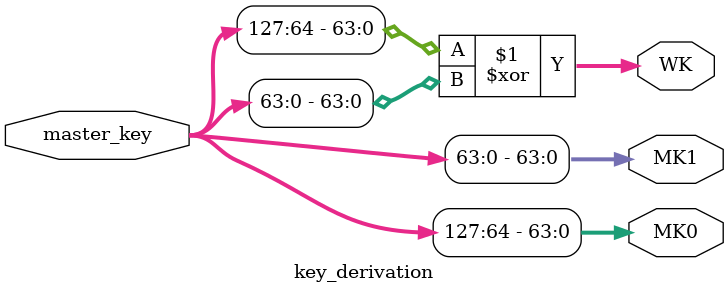
<source format=v>

module key_derivation(
	input wire [127:0] master_key,
	output wire [63:0] WK,
	output wire [63:0] MK0,
	output wire [63:0] MK1
);

	assign MK0 = master_key[127:64];
	assign MK1 = master_key[63:0];
	assign WK = master_key[127:64] ^ master_key[63:0];

endmodule

</source>
